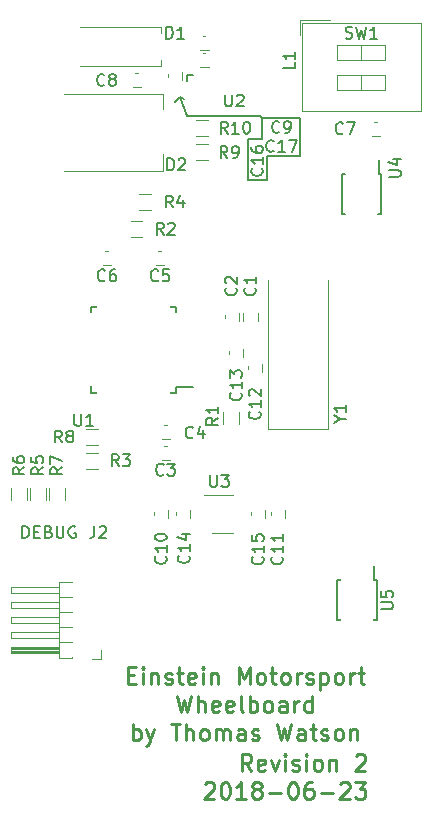
<source format=gto>
G04 #@! TF.FileFunction,Legend,Top*
%FSLAX46Y46*%
G04 Gerber Fmt 4.6, Leading zero omitted, Abs format (unit mm)*
G04 Created by KiCad (PCBNEW 4.0.7) date Saturday, June 23, 2018 'PMt' 03:17:16 PM*
%MOMM*%
%LPD*%
G01*
G04 APERTURE LIST*
%ADD10C,0.100000*%
%ADD11C,0.200000*%
%ADD12C,0.280000*%
%ADD13C,0.120000*%
%ADD14C,0.150000*%
%ADD15R,2.000000X2.000000*%
%ADD16O,2.000000X2.000000*%
%ADD17C,6.800000*%
%ADD18R,1.700000X0.650000*%
%ADD19R,0.650000X1.700000*%
%ADD20R,1.150000X1.200000*%
%ADD21R,1.200000X1.150000*%
%ADD22R,1.300000X0.900000*%
%ADD23R,0.900000X1.300000*%
%ADD24R,1.460000X1.050000*%
%ADD25R,2.400000X4.900000*%
%ADD26R,1.400000X1.290000*%
%ADD27R,2.400000X0.730000*%
%ADD28R,0.640000X0.390000*%
%ADD29R,0.980000X2.540000*%
%ADD30C,0.480000*%
%ADD31R,1.400000X1.400000*%
%ADD32O,1.400000X1.400000*%
%ADD33R,2.100000X2.100000*%
%ADD34O,2.100000X2.100000*%
%ADD35R,3.900000X2.200000*%
%ADD36R,2.900000X3.700000*%
%ADD37R,0.700000X1.800000*%
G04 APERTURE END LIST*
D10*
D11*
X245200000Y-63200000D02*
X245400000Y-63400000D01*
X239000000Y-63200000D02*
X245200000Y-63200000D01*
X238400000Y-61600000D02*
X238800000Y-61800000D01*
X238400000Y-61600000D02*
X238000000Y-62000000D01*
X239000000Y-63200000D02*
X238400000Y-61600000D01*
X244200000Y-68600000D02*
X245800000Y-68600000D01*
X244200000Y-68400000D02*
X244200000Y-68600000D01*
X244200000Y-65200000D02*
X244200000Y-68400000D01*
X245400000Y-65200000D02*
X244200000Y-65200000D01*
X245400000Y-63400000D02*
X245400000Y-65200000D01*
X248600000Y-63400000D02*
X245400000Y-63400000D01*
X248600000Y-66600000D02*
X248600000Y-63400000D01*
X245800000Y-66600000D02*
X248600000Y-66600000D01*
X245800000Y-68600000D02*
X245800000Y-66600000D01*
D12*
X244466665Y-118643333D02*
X243999999Y-117976667D01*
X243666665Y-118643333D02*
X243666665Y-117243333D01*
X244199999Y-117243333D01*
X244333332Y-117310000D01*
X244399999Y-117376667D01*
X244466665Y-117510000D01*
X244466665Y-117710000D01*
X244399999Y-117843333D01*
X244333332Y-117910000D01*
X244199999Y-117976667D01*
X243666665Y-117976667D01*
X245599999Y-118576667D02*
X245466665Y-118643333D01*
X245199999Y-118643333D01*
X245066665Y-118576667D01*
X244999999Y-118443333D01*
X244999999Y-117910000D01*
X245066665Y-117776667D01*
X245199999Y-117710000D01*
X245466665Y-117710000D01*
X245599999Y-117776667D01*
X245666665Y-117910000D01*
X245666665Y-118043333D01*
X244999999Y-118176667D01*
X246133332Y-117710000D02*
X246466665Y-118643333D01*
X246799999Y-117710000D01*
X247333332Y-118643333D02*
X247333332Y-117710000D01*
X247333332Y-117243333D02*
X247266666Y-117310000D01*
X247333332Y-117376667D01*
X247399999Y-117310000D01*
X247333332Y-117243333D01*
X247333332Y-117376667D01*
X247933333Y-118576667D02*
X248066666Y-118643333D01*
X248333333Y-118643333D01*
X248466666Y-118576667D01*
X248533333Y-118443333D01*
X248533333Y-118376667D01*
X248466666Y-118243333D01*
X248333333Y-118176667D01*
X248133333Y-118176667D01*
X247999999Y-118110000D01*
X247933333Y-117976667D01*
X247933333Y-117910000D01*
X247999999Y-117776667D01*
X248133333Y-117710000D01*
X248333333Y-117710000D01*
X248466666Y-117776667D01*
X249133332Y-118643333D02*
X249133332Y-117710000D01*
X249133332Y-117243333D02*
X249066666Y-117310000D01*
X249133332Y-117376667D01*
X249199999Y-117310000D01*
X249133332Y-117243333D01*
X249133332Y-117376667D01*
X249999999Y-118643333D02*
X249866666Y-118576667D01*
X249799999Y-118510000D01*
X249733333Y-118376667D01*
X249733333Y-117976667D01*
X249799999Y-117843333D01*
X249866666Y-117776667D01*
X249999999Y-117710000D01*
X250199999Y-117710000D01*
X250333333Y-117776667D01*
X250399999Y-117843333D01*
X250466666Y-117976667D01*
X250466666Y-118376667D01*
X250399999Y-118510000D01*
X250333333Y-118576667D01*
X250199999Y-118643333D01*
X249999999Y-118643333D01*
X251066666Y-117710000D02*
X251066666Y-118643333D01*
X251066666Y-117843333D02*
X251133333Y-117776667D01*
X251266666Y-117710000D01*
X251466666Y-117710000D01*
X251600000Y-117776667D01*
X251666666Y-117910000D01*
X251666666Y-118643333D01*
X253333334Y-117376667D02*
X253400000Y-117310000D01*
X253533334Y-117243333D01*
X253866667Y-117243333D01*
X254000000Y-117310000D01*
X254066667Y-117376667D01*
X254133334Y-117510000D01*
X254133334Y-117643333D01*
X254066667Y-117843333D01*
X253266667Y-118643333D01*
X254133334Y-118643333D01*
X240533337Y-119756667D02*
X240600003Y-119690000D01*
X240733337Y-119623333D01*
X241066670Y-119623333D01*
X241200003Y-119690000D01*
X241266670Y-119756667D01*
X241333337Y-119890000D01*
X241333337Y-120023333D01*
X241266670Y-120223333D01*
X240466670Y-121023333D01*
X241333337Y-121023333D01*
X242200003Y-119623333D02*
X242333336Y-119623333D01*
X242466670Y-119690000D01*
X242533336Y-119756667D01*
X242600003Y-119890000D01*
X242666670Y-120156667D01*
X242666670Y-120490000D01*
X242600003Y-120756667D01*
X242533336Y-120890000D01*
X242466670Y-120956667D01*
X242333336Y-121023333D01*
X242200003Y-121023333D01*
X242066670Y-120956667D01*
X242000003Y-120890000D01*
X241933336Y-120756667D01*
X241866670Y-120490000D01*
X241866670Y-120156667D01*
X241933336Y-119890000D01*
X242000003Y-119756667D01*
X242066670Y-119690000D01*
X242200003Y-119623333D01*
X244000003Y-121023333D02*
X243200003Y-121023333D01*
X243600003Y-121023333D02*
X243600003Y-119623333D01*
X243466669Y-119823333D01*
X243333336Y-119956667D01*
X243200003Y-120023333D01*
X244800002Y-120223333D02*
X244666669Y-120156667D01*
X244600002Y-120090000D01*
X244533336Y-119956667D01*
X244533336Y-119890000D01*
X244600002Y-119756667D01*
X244666669Y-119690000D01*
X244800002Y-119623333D01*
X245066669Y-119623333D01*
X245200002Y-119690000D01*
X245266669Y-119756667D01*
X245333336Y-119890000D01*
X245333336Y-119956667D01*
X245266669Y-120090000D01*
X245200002Y-120156667D01*
X245066669Y-120223333D01*
X244800002Y-120223333D01*
X244666669Y-120290000D01*
X244600002Y-120356667D01*
X244533336Y-120490000D01*
X244533336Y-120756667D01*
X244600002Y-120890000D01*
X244666669Y-120956667D01*
X244800002Y-121023333D01*
X245066669Y-121023333D01*
X245200002Y-120956667D01*
X245266669Y-120890000D01*
X245333336Y-120756667D01*
X245333336Y-120490000D01*
X245266669Y-120356667D01*
X245200002Y-120290000D01*
X245066669Y-120223333D01*
X245933335Y-120490000D02*
X247000002Y-120490000D01*
X247933335Y-119623333D02*
X248066668Y-119623333D01*
X248200002Y-119690000D01*
X248266668Y-119756667D01*
X248333335Y-119890000D01*
X248400002Y-120156667D01*
X248400002Y-120490000D01*
X248333335Y-120756667D01*
X248266668Y-120890000D01*
X248200002Y-120956667D01*
X248066668Y-121023333D01*
X247933335Y-121023333D01*
X247800002Y-120956667D01*
X247733335Y-120890000D01*
X247666668Y-120756667D01*
X247600002Y-120490000D01*
X247600002Y-120156667D01*
X247666668Y-119890000D01*
X247733335Y-119756667D01*
X247800002Y-119690000D01*
X247933335Y-119623333D01*
X249600001Y-119623333D02*
X249333335Y-119623333D01*
X249200001Y-119690000D01*
X249133335Y-119756667D01*
X249000001Y-119956667D01*
X248933335Y-120223333D01*
X248933335Y-120756667D01*
X249000001Y-120890000D01*
X249066668Y-120956667D01*
X249200001Y-121023333D01*
X249466668Y-121023333D01*
X249600001Y-120956667D01*
X249666668Y-120890000D01*
X249733335Y-120756667D01*
X249733335Y-120423333D01*
X249666668Y-120290000D01*
X249600001Y-120223333D01*
X249466668Y-120156667D01*
X249200001Y-120156667D01*
X249066668Y-120223333D01*
X249000001Y-120290000D01*
X248933335Y-120423333D01*
X250333334Y-120490000D02*
X251400001Y-120490000D01*
X252000001Y-119756667D02*
X252066667Y-119690000D01*
X252200001Y-119623333D01*
X252533334Y-119623333D01*
X252666667Y-119690000D01*
X252733334Y-119756667D01*
X252800001Y-119890000D01*
X252800001Y-120023333D01*
X252733334Y-120223333D01*
X251933334Y-121023333D01*
X252800001Y-121023333D01*
X253266667Y-119623333D02*
X254133334Y-119623333D01*
X253666667Y-120156667D01*
X253866667Y-120156667D01*
X254000000Y-120223333D01*
X254066667Y-120290000D01*
X254133334Y-120423333D01*
X254133334Y-120756667D01*
X254066667Y-120890000D01*
X254000000Y-120956667D01*
X253866667Y-121023333D01*
X253466667Y-121023333D01*
X253333334Y-120956667D01*
X253266667Y-120890000D01*
X234049998Y-110570000D02*
X234516665Y-110570000D01*
X234716665Y-111303333D02*
X234049998Y-111303333D01*
X234049998Y-109903333D01*
X234716665Y-109903333D01*
X235316665Y-111303333D02*
X235316665Y-110370000D01*
X235316665Y-109903333D02*
X235249999Y-109970000D01*
X235316665Y-110036667D01*
X235383332Y-109970000D01*
X235316665Y-109903333D01*
X235316665Y-110036667D01*
X235983332Y-110370000D02*
X235983332Y-111303333D01*
X235983332Y-110503333D02*
X236049999Y-110436667D01*
X236183332Y-110370000D01*
X236383332Y-110370000D01*
X236516666Y-110436667D01*
X236583332Y-110570000D01*
X236583332Y-111303333D01*
X237183333Y-111236667D02*
X237316666Y-111303333D01*
X237583333Y-111303333D01*
X237716666Y-111236667D01*
X237783333Y-111103333D01*
X237783333Y-111036667D01*
X237716666Y-110903333D01*
X237583333Y-110836667D01*
X237383333Y-110836667D01*
X237249999Y-110770000D01*
X237183333Y-110636667D01*
X237183333Y-110570000D01*
X237249999Y-110436667D01*
X237383333Y-110370000D01*
X237583333Y-110370000D01*
X237716666Y-110436667D01*
X238183332Y-110370000D02*
X238716666Y-110370000D01*
X238383332Y-109903333D02*
X238383332Y-111103333D01*
X238449999Y-111236667D01*
X238583332Y-111303333D01*
X238716666Y-111303333D01*
X239716666Y-111236667D02*
X239583332Y-111303333D01*
X239316666Y-111303333D01*
X239183332Y-111236667D01*
X239116666Y-111103333D01*
X239116666Y-110570000D01*
X239183332Y-110436667D01*
X239316666Y-110370000D01*
X239583332Y-110370000D01*
X239716666Y-110436667D01*
X239783332Y-110570000D01*
X239783332Y-110703333D01*
X239116666Y-110836667D01*
X240383332Y-111303333D02*
X240383332Y-110370000D01*
X240383332Y-109903333D02*
X240316666Y-109970000D01*
X240383332Y-110036667D01*
X240449999Y-109970000D01*
X240383332Y-109903333D01*
X240383332Y-110036667D01*
X241049999Y-110370000D02*
X241049999Y-111303333D01*
X241049999Y-110503333D02*
X241116666Y-110436667D01*
X241249999Y-110370000D01*
X241449999Y-110370000D01*
X241583333Y-110436667D01*
X241649999Y-110570000D01*
X241649999Y-111303333D01*
X243383333Y-111303333D02*
X243383333Y-109903333D01*
X243850000Y-110903333D01*
X244316667Y-109903333D01*
X244316667Y-111303333D01*
X245183333Y-111303333D02*
X245050000Y-111236667D01*
X244983333Y-111170000D01*
X244916667Y-111036667D01*
X244916667Y-110636667D01*
X244983333Y-110503333D01*
X245050000Y-110436667D01*
X245183333Y-110370000D01*
X245383333Y-110370000D01*
X245516667Y-110436667D01*
X245583333Y-110503333D01*
X245650000Y-110636667D01*
X245650000Y-111036667D01*
X245583333Y-111170000D01*
X245516667Y-111236667D01*
X245383333Y-111303333D01*
X245183333Y-111303333D01*
X246050000Y-110370000D02*
X246583334Y-110370000D01*
X246250000Y-109903333D02*
X246250000Y-111103333D01*
X246316667Y-111236667D01*
X246450000Y-111303333D01*
X246583334Y-111303333D01*
X247250000Y-111303333D02*
X247116667Y-111236667D01*
X247050000Y-111170000D01*
X246983334Y-111036667D01*
X246983334Y-110636667D01*
X247050000Y-110503333D01*
X247116667Y-110436667D01*
X247250000Y-110370000D01*
X247450000Y-110370000D01*
X247583334Y-110436667D01*
X247650000Y-110503333D01*
X247716667Y-110636667D01*
X247716667Y-111036667D01*
X247650000Y-111170000D01*
X247583334Y-111236667D01*
X247450000Y-111303333D01*
X247250000Y-111303333D01*
X248316667Y-111303333D02*
X248316667Y-110370000D01*
X248316667Y-110636667D02*
X248383334Y-110503333D01*
X248450001Y-110436667D01*
X248583334Y-110370000D01*
X248716667Y-110370000D01*
X249116668Y-111236667D02*
X249250001Y-111303333D01*
X249516668Y-111303333D01*
X249650001Y-111236667D01*
X249716668Y-111103333D01*
X249716668Y-111036667D01*
X249650001Y-110903333D01*
X249516668Y-110836667D01*
X249316668Y-110836667D01*
X249183334Y-110770000D01*
X249116668Y-110636667D01*
X249116668Y-110570000D01*
X249183334Y-110436667D01*
X249316668Y-110370000D01*
X249516668Y-110370000D01*
X249650001Y-110436667D01*
X250316667Y-110370000D02*
X250316667Y-111770000D01*
X250316667Y-110436667D02*
X250450001Y-110370000D01*
X250716667Y-110370000D01*
X250850001Y-110436667D01*
X250916667Y-110503333D01*
X250983334Y-110636667D01*
X250983334Y-111036667D01*
X250916667Y-111170000D01*
X250850001Y-111236667D01*
X250716667Y-111303333D01*
X250450001Y-111303333D01*
X250316667Y-111236667D01*
X251783334Y-111303333D02*
X251650001Y-111236667D01*
X251583334Y-111170000D01*
X251516668Y-111036667D01*
X251516668Y-110636667D01*
X251583334Y-110503333D01*
X251650001Y-110436667D01*
X251783334Y-110370000D01*
X251983334Y-110370000D01*
X252116668Y-110436667D01*
X252183334Y-110503333D01*
X252250001Y-110636667D01*
X252250001Y-111036667D01*
X252183334Y-111170000D01*
X252116668Y-111236667D01*
X251983334Y-111303333D01*
X251783334Y-111303333D01*
X252850001Y-111303333D02*
X252850001Y-110370000D01*
X252850001Y-110636667D02*
X252916668Y-110503333D01*
X252983335Y-110436667D01*
X253116668Y-110370000D01*
X253250001Y-110370000D01*
X253516668Y-110370000D02*
X254050002Y-110370000D01*
X253716668Y-109903333D02*
X253716668Y-111103333D01*
X253783335Y-111236667D01*
X253916668Y-111303333D01*
X254050002Y-111303333D01*
X238183333Y-112283333D02*
X238516666Y-113683333D01*
X238783333Y-112683333D01*
X239050000Y-113683333D01*
X239383333Y-112283333D01*
X239916666Y-113683333D02*
X239916666Y-112283333D01*
X240516666Y-113683333D02*
X240516666Y-112950000D01*
X240450000Y-112816667D01*
X240316666Y-112750000D01*
X240116666Y-112750000D01*
X239983333Y-112816667D01*
X239916666Y-112883333D01*
X241716667Y-113616667D02*
X241583333Y-113683333D01*
X241316667Y-113683333D01*
X241183333Y-113616667D01*
X241116667Y-113483333D01*
X241116667Y-112950000D01*
X241183333Y-112816667D01*
X241316667Y-112750000D01*
X241583333Y-112750000D01*
X241716667Y-112816667D01*
X241783333Y-112950000D01*
X241783333Y-113083333D01*
X241116667Y-113216667D01*
X242916667Y-113616667D02*
X242783333Y-113683333D01*
X242516667Y-113683333D01*
X242383333Y-113616667D01*
X242316667Y-113483333D01*
X242316667Y-112950000D01*
X242383333Y-112816667D01*
X242516667Y-112750000D01*
X242783333Y-112750000D01*
X242916667Y-112816667D01*
X242983333Y-112950000D01*
X242983333Y-113083333D01*
X242316667Y-113216667D01*
X243783333Y-113683333D02*
X243650000Y-113616667D01*
X243583333Y-113483333D01*
X243583333Y-112283333D01*
X244316666Y-113683333D02*
X244316666Y-112283333D01*
X244316666Y-112816667D02*
X244450000Y-112750000D01*
X244716666Y-112750000D01*
X244850000Y-112816667D01*
X244916666Y-112883333D01*
X244983333Y-113016667D01*
X244983333Y-113416667D01*
X244916666Y-113550000D01*
X244850000Y-113616667D01*
X244716666Y-113683333D01*
X244450000Y-113683333D01*
X244316666Y-113616667D01*
X245783333Y-113683333D02*
X245650000Y-113616667D01*
X245583333Y-113550000D01*
X245516667Y-113416667D01*
X245516667Y-113016667D01*
X245583333Y-112883333D01*
X245650000Y-112816667D01*
X245783333Y-112750000D01*
X245983333Y-112750000D01*
X246116667Y-112816667D01*
X246183333Y-112883333D01*
X246250000Y-113016667D01*
X246250000Y-113416667D01*
X246183333Y-113550000D01*
X246116667Y-113616667D01*
X245983333Y-113683333D01*
X245783333Y-113683333D01*
X247450000Y-113683333D02*
X247450000Y-112950000D01*
X247383334Y-112816667D01*
X247250000Y-112750000D01*
X246983334Y-112750000D01*
X246850000Y-112816667D01*
X247450000Y-113616667D02*
X247316667Y-113683333D01*
X246983334Y-113683333D01*
X246850000Y-113616667D01*
X246783334Y-113483333D01*
X246783334Y-113350000D01*
X246850000Y-113216667D01*
X246983334Y-113150000D01*
X247316667Y-113150000D01*
X247450000Y-113083333D01*
X248116667Y-113683333D02*
X248116667Y-112750000D01*
X248116667Y-113016667D02*
X248183334Y-112883333D01*
X248250001Y-112816667D01*
X248383334Y-112750000D01*
X248516667Y-112750000D01*
X249583334Y-113683333D02*
X249583334Y-112283333D01*
X249583334Y-113616667D02*
X249450001Y-113683333D01*
X249183334Y-113683333D01*
X249050001Y-113616667D01*
X248983334Y-113550000D01*
X248916668Y-113416667D01*
X248916668Y-113016667D01*
X248983334Y-112883333D01*
X249050001Y-112816667D01*
X249183334Y-112750000D01*
X249450001Y-112750000D01*
X249583334Y-112816667D01*
X234449998Y-116063333D02*
X234449998Y-114663333D01*
X234449998Y-115196667D02*
X234583332Y-115130000D01*
X234849998Y-115130000D01*
X234983332Y-115196667D01*
X235049998Y-115263333D01*
X235116665Y-115396667D01*
X235116665Y-115796667D01*
X235049998Y-115930000D01*
X234983332Y-115996667D01*
X234849998Y-116063333D01*
X234583332Y-116063333D01*
X234449998Y-115996667D01*
X235583332Y-115130000D02*
X235916665Y-116063333D01*
X236249999Y-115130000D02*
X235916665Y-116063333D01*
X235783332Y-116396667D01*
X235716665Y-116463333D01*
X235583332Y-116530000D01*
X237649999Y-114663333D02*
X238449999Y-114663333D01*
X238049999Y-116063333D02*
X238049999Y-114663333D01*
X238916666Y-116063333D02*
X238916666Y-114663333D01*
X239516666Y-116063333D02*
X239516666Y-115330000D01*
X239450000Y-115196667D01*
X239316666Y-115130000D01*
X239116666Y-115130000D01*
X238983333Y-115196667D01*
X238916666Y-115263333D01*
X240383333Y-116063333D02*
X240250000Y-115996667D01*
X240183333Y-115930000D01*
X240116667Y-115796667D01*
X240116667Y-115396667D01*
X240183333Y-115263333D01*
X240250000Y-115196667D01*
X240383333Y-115130000D01*
X240583333Y-115130000D01*
X240716667Y-115196667D01*
X240783333Y-115263333D01*
X240850000Y-115396667D01*
X240850000Y-115796667D01*
X240783333Y-115930000D01*
X240716667Y-115996667D01*
X240583333Y-116063333D01*
X240383333Y-116063333D01*
X241450000Y-116063333D02*
X241450000Y-115130000D01*
X241450000Y-115263333D02*
X241516667Y-115196667D01*
X241650000Y-115130000D01*
X241850000Y-115130000D01*
X241983334Y-115196667D01*
X242050000Y-115330000D01*
X242050000Y-116063333D01*
X242050000Y-115330000D02*
X242116667Y-115196667D01*
X242250000Y-115130000D01*
X242450000Y-115130000D01*
X242583334Y-115196667D01*
X242650000Y-115330000D01*
X242650000Y-116063333D01*
X243916667Y-116063333D02*
X243916667Y-115330000D01*
X243850001Y-115196667D01*
X243716667Y-115130000D01*
X243450001Y-115130000D01*
X243316667Y-115196667D01*
X243916667Y-115996667D02*
X243783334Y-116063333D01*
X243450001Y-116063333D01*
X243316667Y-115996667D01*
X243250001Y-115863333D01*
X243250001Y-115730000D01*
X243316667Y-115596667D01*
X243450001Y-115530000D01*
X243783334Y-115530000D01*
X243916667Y-115463333D01*
X244516668Y-115996667D02*
X244650001Y-116063333D01*
X244916668Y-116063333D01*
X245050001Y-115996667D01*
X245116668Y-115863333D01*
X245116668Y-115796667D01*
X245050001Y-115663333D01*
X244916668Y-115596667D01*
X244716668Y-115596667D01*
X244583334Y-115530000D01*
X244516668Y-115396667D01*
X244516668Y-115330000D01*
X244583334Y-115196667D01*
X244716668Y-115130000D01*
X244916668Y-115130000D01*
X245050001Y-115196667D01*
X246650001Y-114663333D02*
X246983334Y-116063333D01*
X247250001Y-115063333D01*
X247516668Y-116063333D01*
X247850001Y-114663333D01*
X248983334Y-116063333D02*
X248983334Y-115330000D01*
X248916668Y-115196667D01*
X248783334Y-115130000D01*
X248516668Y-115130000D01*
X248383334Y-115196667D01*
X248983334Y-115996667D02*
X248850001Y-116063333D01*
X248516668Y-116063333D01*
X248383334Y-115996667D01*
X248316668Y-115863333D01*
X248316668Y-115730000D01*
X248383334Y-115596667D01*
X248516668Y-115530000D01*
X248850001Y-115530000D01*
X248983334Y-115463333D01*
X249450001Y-115130000D02*
X249983335Y-115130000D01*
X249650001Y-114663333D02*
X249650001Y-115863333D01*
X249716668Y-115996667D01*
X249850001Y-116063333D01*
X249983335Y-116063333D01*
X250383335Y-115996667D02*
X250516668Y-116063333D01*
X250783335Y-116063333D01*
X250916668Y-115996667D01*
X250983335Y-115863333D01*
X250983335Y-115796667D01*
X250916668Y-115663333D01*
X250783335Y-115596667D01*
X250583335Y-115596667D01*
X250450001Y-115530000D01*
X250383335Y-115396667D01*
X250383335Y-115330000D01*
X250450001Y-115196667D01*
X250583335Y-115130000D01*
X250783335Y-115130000D01*
X250916668Y-115196667D01*
X251783334Y-116063333D02*
X251650001Y-115996667D01*
X251583334Y-115930000D01*
X251516668Y-115796667D01*
X251516668Y-115396667D01*
X251583334Y-115263333D01*
X251650001Y-115196667D01*
X251783334Y-115130000D01*
X251983334Y-115130000D01*
X252116668Y-115196667D01*
X252183334Y-115263333D01*
X252250001Y-115396667D01*
X252250001Y-115796667D01*
X252183334Y-115930000D01*
X252116668Y-115996667D01*
X251983334Y-116063333D01*
X251783334Y-116063333D01*
X252850001Y-115130000D02*
X252850001Y-116063333D01*
X252850001Y-115263333D02*
X252916668Y-115196667D01*
X253050001Y-115130000D01*
X253250001Y-115130000D01*
X253383335Y-115196667D01*
X253450001Y-115330000D01*
X253450001Y-116063333D01*
D13*
X248580000Y-55120000D02*
X248580000Y-56390000D01*
X248580000Y-55120000D02*
X251120000Y-55120000D01*
X248780000Y-55320000D02*
X258800000Y-55320000D01*
X258800000Y-55320000D02*
X258800000Y-62820000D01*
X258800000Y-62820000D02*
X248780000Y-62820000D01*
X248780000Y-62820000D02*
X248780000Y-55320000D01*
X251760000Y-57165000D02*
X251760000Y-58435000D01*
X251760000Y-58435000D02*
X255820000Y-58435000D01*
X255820000Y-58435000D02*
X255820000Y-57165000D01*
X255820000Y-57165000D02*
X251760000Y-57165000D01*
X253790000Y-57165000D02*
X253790000Y-58435000D01*
X251760000Y-59705000D02*
X251760000Y-60975000D01*
X251760000Y-60975000D02*
X255820000Y-60975000D01*
X255820000Y-60975000D02*
X255820000Y-59705000D01*
X255820000Y-59705000D02*
X251760000Y-59705000D01*
X253790000Y-59705000D02*
X253790000Y-60975000D01*
D14*
X238125000Y-86625000D02*
X238125000Y-86175000D01*
X230875000Y-86625000D02*
X230875000Y-86100000D01*
X230875000Y-79375000D02*
X230875000Y-79900000D01*
X238125000Y-79375000D02*
X238125000Y-79900000D01*
X238125000Y-86625000D02*
X237600000Y-86625000D01*
X238125000Y-79375000D02*
X237600000Y-79375000D01*
X230875000Y-79375000D02*
X231400000Y-79375000D01*
X230875000Y-86625000D02*
X231400000Y-86625000D01*
X238125000Y-86175000D02*
X239500000Y-86175000D01*
D13*
X245000000Y-79900000D02*
X245000000Y-80600000D01*
X243800000Y-80600000D02*
X243800000Y-79900000D01*
X243400000Y-79900000D02*
X243400000Y-80600000D01*
X242200000Y-80600000D02*
X242200000Y-79900000D01*
X237600000Y-92350000D02*
X236900000Y-92350000D01*
X236900000Y-91150000D02*
X237600000Y-91150000D01*
X237600000Y-90600000D02*
X236900000Y-90600000D01*
X236900000Y-89400000D02*
X237600000Y-89400000D01*
X237100000Y-75850000D02*
X236400000Y-75850000D01*
X236400000Y-74650000D02*
X237100000Y-74650000D01*
X231900000Y-74650000D02*
X232600000Y-74650000D01*
X232600000Y-75850000D02*
X231900000Y-75850000D01*
X254650000Y-63700000D02*
X255350000Y-63700000D01*
X255350000Y-64900000D02*
X254650000Y-64900000D01*
X234450000Y-59550000D02*
X235150000Y-59550000D01*
X235150000Y-60750000D02*
X234450000Y-60750000D01*
X240150000Y-57900000D02*
X240850000Y-57900000D01*
X240850000Y-59100000D02*
X240150000Y-59100000D01*
X236200000Y-97250000D02*
X236200000Y-96550000D01*
X237400000Y-96550000D02*
X237400000Y-97250000D01*
X246100000Y-97250000D02*
X246100000Y-96550000D01*
X247300000Y-96550000D02*
X247300000Y-97250000D01*
X245400000Y-84200000D02*
X245400000Y-84900000D01*
X244200000Y-84900000D02*
X244200000Y-84200000D01*
X243800000Y-82900000D02*
X243800000Y-83600000D01*
X242600000Y-83600000D02*
X242600000Y-82900000D01*
X242070000Y-89250000D02*
X242070000Y-88250000D01*
X243430000Y-88250000D02*
X243430000Y-89250000D01*
X234250000Y-72070000D02*
X235250000Y-72070000D01*
X235250000Y-73430000D02*
X234250000Y-73430000D01*
X230500000Y-91720000D02*
X231500000Y-91720000D01*
X231500000Y-93080000D02*
X230500000Y-93080000D01*
X235000000Y-69820000D02*
X236000000Y-69820000D01*
X236000000Y-71180000D02*
X235000000Y-71180000D01*
X227080000Y-94700000D02*
X227080000Y-95700000D01*
X225720000Y-95700000D02*
X225720000Y-94700000D01*
X224120000Y-95700000D02*
X224120000Y-94700000D01*
X225480000Y-94700000D02*
X225480000Y-95700000D01*
X227320000Y-95700000D02*
X227320000Y-94700000D01*
X228680000Y-94700000D02*
X228680000Y-95700000D01*
X230500000Y-89720000D02*
X231500000Y-89720000D01*
X231500000Y-91080000D02*
X230500000Y-91080000D01*
X239800000Y-65570000D02*
X240800000Y-65570000D01*
X240800000Y-66930000D02*
X239800000Y-66930000D01*
X240800000Y-64930000D02*
X239800000Y-64930000D01*
X239800000Y-63570000D02*
X240800000Y-63570000D01*
X241100000Y-98510000D02*
X242900000Y-98510000D01*
X242900000Y-95290000D02*
X240450000Y-95290000D01*
X245850000Y-77100000D02*
X245850000Y-89700000D01*
X245850000Y-89700000D02*
X250950000Y-89700000D01*
X250950000Y-89700000D02*
X250950000Y-77100000D01*
D14*
X239050000Y-59750000D02*
X239550000Y-59750000D01*
X239050000Y-60250000D02*
X239050000Y-59750000D01*
D13*
X229280000Y-109029677D02*
X229280000Y-109105000D01*
X229280000Y-109105000D02*
X228160000Y-109105000D01*
X228160000Y-109105000D02*
X228160000Y-102635000D01*
X228160000Y-102635000D02*
X229280000Y-102635000D01*
X229280000Y-102635000D02*
X229280000Y-102710323D01*
X228160000Y-108670000D02*
X224160000Y-108670000D01*
X224160000Y-108670000D02*
X224160000Y-108150000D01*
X224160000Y-108150000D02*
X228160000Y-108150000D01*
X228160000Y-108610000D02*
X224160000Y-108610000D01*
X228160000Y-108490000D02*
X224160000Y-108490000D01*
X228160000Y-108370000D02*
X224160000Y-108370000D01*
X228160000Y-108250000D02*
X224160000Y-108250000D01*
X229280000Y-107775000D02*
X228160000Y-107775000D01*
X229280000Y-107790323D02*
X229280000Y-107759677D01*
X228160000Y-107400000D02*
X224160000Y-107400000D01*
X224160000Y-107400000D02*
X224160000Y-106880000D01*
X224160000Y-106880000D02*
X228160000Y-106880000D01*
X229280000Y-106505000D02*
X228160000Y-106505000D01*
X229280000Y-106520323D02*
X229280000Y-106489677D01*
X228160000Y-106130000D02*
X224160000Y-106130000D01*
X224160000Y-106130000D02*
X224160000Y-105610000D01*
X224160000Y-105610000D02*
X228160000Y-105610000D01*
X229280000Y-105235000D02*
X228160000Y-105235000D01*
X229280000Y-105250323D02*
X229280000Y-105219677D01*
X228160000Y-104860000D02*
X224160000Y-104860000D01*
X224160000Y-104860000D02*
X224160000Y-104340000D01*
X224160000Y-104340000D02*
X228160000Y-104340000D01*
X229280000Y-103965000D02*
X228160000Y-103965000D01*
X229280000Y-103980323D02*
X229280000Y-103949677D01*
X228160000Y-103590000D02*
X224160000Y-103590000D01*
X224160000Y-103590000D02*
X224160000Y-103070000D01*
X224160000Y-103070000D02*
X228160000Y-103070000D01*
X231750000Y-108410000D02*
X231750000Y-109170000D01*
X231750000Y-109170000D02*
X230990000Y-109170000D01*
X238100000Y-97250000D02*
X238100000Y-96550000D01*
X239300000Y-96550000D02*
X239300000Y-97250000D01*
X244400000Y-97250000D02*
X244400000Y-96550000D01*
X245600000Y-96550000D02*
X245600000Y-97250000D01*
X238600000Y-59500000D02*
X238600000Y-60200000D01*
X237400000Y-60200000D02*
X237400000Y-59500000D01*
X240150000Y-56400000D02*
X240850000Y-56400000D01*
X240850000Y-57600000D02*
X240150000Y-57600000D01*
X236850000Y-59000000D02*
X236850000Y-55700000D01*
X236850000Y-55700000D02*
X229950000Y-55700000D01*
X236850000Y-59000000D02*
X229950000Y-59000000D01*
X237000000Y-61350000D02*
X237000000Y-67850000D01*
X237000000Y-61350000D02*
X228600000Y-61350000D01*
X237000000Y-67850000D02*
X228600000Y-67850000D01*
D14*
X255475000Y-68125000D02*
X255250000Y-68125000D01*
X255475000Y-71475000D02*
X255175000Y-71475000D01*
X252125000Y-71475000D02*
X252425000Y-71475000D01*
X252125000Y-68125000D02*
X252425000Y-68125000D01*
X255475000Y-68125000D02*
X255475000Y-71475000D01*
X252125000Y-68125000D02*
X252125000Y-71475000D01*
X255250000Y-68125000D02*
X255250000Y-66900000D01*
X255075000Y-102525000D02*
X254850000Y-102525000D01*
X255075000Y-105875000D02*
X254775000Y-105875000D01*
X251725000Y-105875000D02*
X252025000Y-105875000D01*
X251725000Y-102525000D02*
X252025000Y-102525000D01*
X255075000Y-102525000D02*
X255075000Y-105875000D01*
X251725000Y-102525000D02*
X251725000Y-105875000D01*
X254850000Y-102525000D02*
X254850000Y-101300000D01*
X252456667Y-56604762D02*
X252599524Y-56652381D01*
X252837620Y-56652381D01*
X252932858Y-56604762D01*
X252980477Y-56557143D01*
X253028096Y-56461905D01*
X253028096Y-56366667D01*
X252980477Y-56271429D01*
X252932858Y-56223810D01*
X252837620Y-56176190D01*
X252647143Y-56128571D01*
X252551905Y-56080952D01*
X252504286Y-56033333D01*
X252456667Y-55938095D01*
X252456667Y-55842857D01*
X252504286Y-55747619D01*
X252551905Y-55700000D01*
X252647143Y-55652381D01*
X252885239Y-55652381D01*
X253028096Y-55700000D01*
X253361429Y-55652381D02*
X253599524Y-56652381D01*
X253790001Y-55938095D01*
X253980477Y-56652381D01*
X254218572Y-55652381D01*
X255123334Y-56652381D02*
X254551905Y-56652381D01*
X254837619Y-56652381D02*
X254837619Y-55652381D01*
X254742381Y-55795238D01*
X254647143Y-55890476D01*
X254551905Y-55938095D01*
X229488095Y-88452381D02*
X229488095Y-89261905D01*
X229535714Y-89357143D01*
X229583333Y-89404762D01*
X229678571Y-89452381D01*
X229869048Y-89452381D01*
X229964286Y-89404762D01*
X230011905Y-89357143D01*
X230059524Y-89261905D01*
X230059524Y-88452381D01*
X231059524Y-89452381D02*
X230488095Y-89452381D01*
X230773809Y-89452381D02*
X230773809Y-88452381D01*
X230678571Y-88595238D01*
X230583333Y-88690476D01*
X230488095Y-88738095D01*
X244757143Y-77766666D02*
X244804762Y-77814285D01*
X244852381Y-77957142D01*
X244852381Y-78052380D01*
X244804762Y-78195238D01*
X244709524Y-78290476D01*
X244614286Y-78338095D01*
X244423810Y-78385714D01*
X244280952Y-78385714D01*
X244090476Y-78338095D01*
X243995238Y-78290476D01*
X243900000Y-78195238D01*
X243852381Y-78052380D01*
X243852381Y-77957142D01*
X243900000Y-77814285D01*
X243947619Y-77766666D01*
X244852381Y-76814285D02*
X244852381Y-77385714D01*
X244852381Y-77100000D02*
X243852381Y-77100000D01*
X243995238Y-77195238D01*
X244090476Y-77290476D01*
X244138095Y-77385714D01*
X243157143Y-77766666D02*
X243204762Y-77814285D01*
X243252381Y-77957142D01*
X243252381Y-78052380D01*
X243204762Y-78195238D01*
X243109524Y-78290476D01*
X243014286Y-78338095D01*
X242823810Y-78385714D01*
X242680952Y-78385714D01*
X242490476Y-78338095D01*
X242395238Y-78290476D01*
X242300000Y-78195238D01*
X242252381Y-78052380D01*
X242252381Y-77957142D01*
X242300000Y-77814285D01*
X242347619Y-77766666D01*
X242347619Y-77385714D02*
X242300000Y-77338095D01*
X242252381Y-77242857D01*
X242252381Y-77004761D01*
X242300000Y-76909523D01*
X242347619Y-76861904D01*
X242442857Y-76814285D01*
X242538095Y-76814285D01*
X242680952Y-76861904D01*
X243252381Y-77433333D01*
X243252381Y-76814285D01*
X237033334Y-93557143D02*
X236985715Y-93604762D01*
X236842858Y-93652381D01*
X236747620Y-93652381D01*
X236604762Y-93604762D01*
X236509524Y-93509524D01*
X236461905Y-93414286D01*
X236414286Y-93223810D01*
X236414286Y-93080952D01*
X236461905Y-92890476D01*
X236509524Y-92795238D01*
X236604762Y-92700000D01*
X236747620Y-92652381D01*
X236842858Y-92652381D01*
X236985715Y-92700000D01*
X237033334Y-92747619D01*
X237366667Y-92652381D02*
X237985715Y-92652381D01*
X237652381Y-93033333D01*
X237795239Y-93033333D01*
X237890477Y-93080952D01*
X237938096Y-93128571D01*
X237985715Y-93223810D01*
X237985715Y-93461905D01*
X237938096Y-93557143D01*
X237890477Y-93604762D01*
X237795239Y-93652381D01*
X237509524Y-93652381D01*
X237414286Y-93604762D01*
X237366667Y-93557143D01*
X239533334Y-90407143D02*
X239485715Y-90454762D01*
X239342858Y-90502381D01*
X239247620Y-90502381D01*
X239104762Y-90454762D01*
X239009524Y-90359524D01*
X238961905Y-90264286D01*
X238914286Y-90073810D01*
X238914286Y-89930952D01*
X238961905Y-89740476D01*
X239009524Y-89645238D01*
X239104762Y-89550000D01*
X239247620Y-89502381D01*
X239342858Y-89502381D01*
X239485715Y-89550000D01*
X239533334Y-89597619D01*
X240390477Y-89835714D02*
X240390477Y-90502381D01*
X240152381Y-89454762D02*
X239914286Y-90169048D01*
X240533334Y-90169048D01*
X236583334Y-77107143D02*
X236535715Y-77154762D01*
X236392858Y-77202381D01*
X236297620Y-77202381D01*
X236154762Y-77154762D01*
X236059524Y-77059524D01*
X236011905Y-76964286D01*
X235964286Y-76773810D01*
X235964286Y-76630952D01*
X236011905Y-76440476D01*
X236059524Y-76345238D01*
X236154762Y-76250000D01*
X236297620Y-76202381D01*
X236392858Y-76202381D01*
X236535715Y-76250000D01*
X236583334Y-76297619D01*
X237488096Y-76202381D02*
X237011905Y-76202381D01*
X236964286Y-76678571D01*
X237011905Y-76630952D01*
X237107143Y-76583333D01*
X237345239Y-76583333D01*
X237440477Y-76630952D01*
X237488096Y-76678571D01*
X237535715Y-76773810D01*
X237535715Y-77011905D01*
X237488096Y-77107143D01*
X237440477Y-77154762D01*
X237345239Y-77202381D01*
X237107143Y-77202381D01*
X237011905Y-77154762D01*
X236964286Y-77107143D01*
X232083334Y-77107143D02*
X232035715Y-77154762D01*
X231892858Y-77202381D01*
X231797620Y-77202381D01*
X231654762Y-77154762D01*
X231559524Y-77059524D01*
X231511905Y-76964286D01*
X231464286Y-76773810D01*
X231464286Y-76630952D01*
X231511905Y-76440476D01*
X231559524Y-76345238D01*
X231654762Y-76250000D01*
X231797620Y-76202381D01*
X231892858Y-76202381D01*
X232035715Y-76250000D01*
X232083334Y-76297619D01*
X232940477Y-76202381D02*
X232750000Y-76202381D01*
X232654762Y-76250000D01*
X232607143Y-76297619D01*
X232511905Y-76440476D01*
X232464286Y-76630952D01*
X232464286Y-77011905D01*
X232511905Y-77107143D01*
X232559524Y-77154762D01*
X232654762Y-77202381D01*
X232845239Y-77202381D01*
X232940477Y-77154762D01*
X232988096Y-77107143D01*
X233035715Y-77011905D01*
X233035715Y-76773810D01*
X232988096Y-76678571D01*
X232940477Y-76630952D01*
X232845239Y-76583333D01*
X232654762Y-76583333D01*
X232559524Y-76630952D01*
X232511905Y-76678571D01*
X232464286Y-76773810D01*
X252233334Y-64657143D02*
X252185715Y-64704762D01*
X252042858Y-64752381D01*
X251947620Y-64752381D01*
X251804762Y-64704762D01*
X251709524Y-64609524D01*
X251661905Y-64514286D01*
X251614286Y-64323810D01*
X251614286Y-64180952D01*
X251661905Y-63990476D01*
X251709524Y-63895238D01*
X251804762Y-63800000D01*
X251947620Y-63752381D01*
X252042858Y-63752381D01*
X252185715Y-63800000D01*
X252233334Y-63847619D01*
X252566667Y-63752381D02*
X253233334Y-63752381D01*
X252804762Y-64752381D01*
X232033334Y-60557143D02*
X231985715Y-60604762D01*
X231842858Y-60652381D01*
X231747620Y-60652381D01*
X231604762Y-60604762D01*
X231509524Y-60509524D01*
X231461905Y-60414286D01*
X231414286Y-60223810D01*
X231414286Y-60080952D01*
X231461905Y-59890476D01*
X231509524Y-59795238D01*
X231604762Y-59700000D01*
X231747620Y-59652381D01*
X231842858Y-59652381D01*
X231985715Y-59700000D01*
X232033334Y-59747619D01*
X232604762Y-60080952D02*
X232509524Y-60033333D01*
X232461905Y-59985714D01*
X232414286Y-59890476D01*
X232414286Y-59842857D01*
X232461905Y-59747619D01*
X232509524Y-59700000D01*
X232604762Y-59652381D01*
X232795239Y-59652381D01*
X232890477Y-59700000D01*
X232938096Y-59747619D01*
X232985715Y-59842857D01*
X232985715Y-59890476D01*
X232938096Y-59985714D01*
X232890477Y-60033333D01*
X232795239Y-60080952D01*
X232604762Y-60080952D01*
X232509524Y-60128571D01*
X232461905Y-60176190D01*
X232414286Y-60271429D01*
X232414286Y-60461905D01*
X232461905Y-60557143D01*
X232509524Y-60604762D01*
X232604762Y-60652381D01*
X232795239Y-60652381D01*
X232890477Y-60604762D01*
X232938096Y-60557143D01*
X232985715Y-60461905D01*
X232985715Y-60271429D01*
X232938096Y-60176190D01*
X232890477Y-60128571D01*
X232795239Y-60080952D01*
X246833334Y-64557143D02*
X246785715Y-64604762D01*
X246642858Y-64652381D01*
X246547620Y-64652381D01*
X246404762Y-64604762D01*
X246309524Y-64509524D01*
X246261905Y-64414286D01*
X246214286Y-64223810D01*
X246214286Y-64080952D01*
X246261905Y-63890476D01*
X246309524Y-63795238D01*
X246404762Y-63700000D01*
X246547620Y-63652381D01*
X246642858Y-63652381D01*
X246785715Y-63700000D01*
X246833334Y-63747619D01*
X247309524Y-64652381D02*
X247500000Y-64652381D01*
X247595239Y-64604762D01*
X247642858Y-64557143D01*
X247738096Y-64414286D01*
X247785715Y-64223810D01*
X247785715Y-63842857D01*
X247738096Y-63747619D01*
X247690477Y-63700000D01*
X247595239Y-63652381D01*
X247404762Y-63652381D01*
X247309524Y-63700000D01*
X247261905Y-63747619D01*
X247214286Y-63842857D01*
X247214286Y-64080952D01*
X247261905Y-64176190D01*
X247309524Y-64223810D01*
X247404762Y-64271429D01*
X247595239Y-64271429D01*
X247690477Y-64223810D01*
X247738096Y-64176190D01*
X247785715Y-64080952D01*
X237207143Y-100492857D02*
X237254762Y-100540476D01*
X237302381Y-100683333D01*
X237302381Y-100778571D01*
X237254762Y-100921429D01*
X237159524Y-101016667D01*
X237064286Y-101064286D01*
X236873810Y-101111905D01*
X236730952Y-101111905D01*
X236540476Y-101064286D01*
X236445238Y-101016667D01*
X236350000Y-100921429D01*
X236302381Y-100778571D01*
X236302381Y-100683333D01*
X236350000Y-100540476D01*
X236397619Y-100492857D01*
X237302381Y-99540476D02*
X237302381Y-100111905D01*
X237302381Y-99826191D02*
X236302381Y-99826191D01*
X236445238Y-99921429D01*
X236540476Y-100016667D01*
X236588095Y-100111905D01*
X236302381Y-98921429D02*
X236302381Y-98826190D01*
X236350000Y-98730952D01*
X236397619Y-98683333D01*
X236492857Y-98635714D01*
X236683333Y-98588095D01*
X236921429Y-98588095D01*
X237111905Y-98635714D01*
X237207143Y-98683333D01*
X237254762Y-98730952D01*
X237302381Y-98826190D01*
X237302381Y-98921429D01*
X237254762Y-99016667D01*
X237207143Y-99064286D01*
X237111905Y-99111905D01*
X236921429Y-99159524D01*
X236683333Y-99159524D01*
X236492857Y-99111905D01*
X236397619Y-99064286D01*
X236350000Y-99016667D01*
X236302381Y-98921429D01*
X247057143Y-100542857D02*
X247104762Y-100590476D01*
X247152381Y-100733333D01*
X247152381Y-100828571D01*
X247104762Y-100971429D01*
X247009524Y-101066667D01*
X246914286Y-101114286D01*
X246723810Y-101161905D01*
X246580952Y-101161905D01*
X246390476Y-101114286D01*
X246295238Y-101066667D01*
X246200000Y-100971429D01*
X246152381Y-100828571D01*
X246152381Y-100733333D01*
X246200000Y-100590476D01*
X246247619Y-100542857D01*
X247152381Y-99590476D02*
X247152381Y-100161905D01*
X247152381Y-99876191D02*
X246152381Y-99876191D01*
X246295238Y-99971429D01*
X246390476Y-100066667D01*
X246438095Y-100161905D01*
X247152381Y-98638095D02*
X247152381Y-99209524D01*
X247152381Y-98923810D02*
X246152381Y-98923810D01*
X246295238Y-99019048D01*
X246390476Y-99114286D01*
X246438095Y-99209524D01*
X245157143Y-88242857D02*
X245204762Y-88290476D01*
X245252381Y-88433333D01*
X245252381Y-88528571D01*
X245204762Y-88671429D01*
X245109524Y-88766667D01*
X245014286Y-88814286D01*
X244823810Y-88861905D01*
X244680952Y-88861905D01*
X244490476Y-88814286D01*
X244395238Y-88766667D01*
X244300000Y-88671429D01*
X244252381Y-88528571D01*
X244252381Y-88433333D01*
X244300000Y-88290476D01*
X244347619Y-88242857D01*
X245252381Y-87290476D02*
X245252381Y-87861905D01*
X245252381Y-87576191D02*
X244252381Y-87576191D01*
X244395238Y-87671429D01*
X244490476Y-87766667D01*
X244538095Y-87861905D01*
X244347619Y-86909524D02*
X244300000Y-86861905D01*
X244252381Y-86766667D01*
X244252381Y-86528571D01*
X244300000Y-86433333D01*
X244347619Y-86385714D01*
X244442857Y-86338095D01*
X244538095Y-86338095D01*
X244680952Y-86385714D01*
X245252381Y-86957143D01*
X245252381Y-86338095D01*
X243557143Y-86642857D02*
X243604762Y-86690476D01*
X243652381Y-86833333D01*
X243652381Y-86928571D01*
X243604762Y-87071429D01*
X243509524Y-87166667D01*
X243414286Y-87214286D01*
X243223810Y-87261905D01*
X243080952Y-87261905D01*
X242890476Y-87214286D01*
X242795238Y-87166667D01*
X242700000Y-87071429D01*
X242652381Y-86928571D01*
X242652381Y-86833333D01*
X242700000Y-86690476D01*
X242747619Y-86642857D01*
X243652381Y-85690476D02*
X243652381Y-86261905D01*
X243652381Y-85976191D02*
X242652381Y-85976191D01*
X242795238Y-86071429D01*
X242890476Y-86166667D01*
X242938095Y-86261905D01*
X242652381Y-85357143D02*
X242652381Y-84738095D01*
X243033333Y-85071429D01*
X243033333Y-84928571D01*
X243080952Y-84833333D01*
X243128571Y-84785714D01*
X243223810Y-84738095D01*
X243461905Y-84738095D01*
X243557143Y-84785714D01*
X243604762Y-84833333D01*
X243652381Y-84928571D01*
X243652381Y-85214286D01*
X243604762Y-85309524D01*
X243557143Y-85357143D01*
X241652381Y-88766666D02*
X241176190Y-89100000D01*
X241652381Y-89338095D02*
X240652381Y-89338095D01*
X240652381Y-88957142D01*
X240700000Y-88861904D01*
X240747619Y-88814285D01*
X240842857Y-88766666D01*
X240985714Y-88766666D01*
X241080952Y-88814285D01*
X241128571Y-88861904D01*
X241176190Y-88957142D01*
X241176190Y-89338095D01*
X241652381Y-87814285D02*
X241652381Y-88385714D01*
X241652381Y-88100000D02*
X240652381Y-88100000D01*
X240795238Y-88195238D01*
X240890476Y-88290476D01*
X240938095Y-88385714D01*
X237033334Y-73252381D02*
X236700000Y-72776190D01*
X236461905Y-73252381D02*
X236461905Y-72252381D01*
X236842858Y-72252381D01*
X236938096Y-72300000D01*
X236985715Y-72347619D01*
X237033334Y-72442857D01*
X237033334Y-72585714D01*
X236985715Y-72680952D01*
X236938096Y-72728571D01*
X236842858Y-72776190D01*
X236461905Y-72776190D01*
X237414286Y-72347619D02*
X237461905Y-72300000D01*
X237557143Y-72252381D01*
X237795239Y-72252381D01*
X237890477Y-72300000D01*
X237938096Y-72347619D01*
X237985715Y-72442857D01*
X237985715Y-72538095D01*
X237938096Y-72680952D01*
X237366667Y-73252381D01*
X237985715Y-73252381D01*
X233233334Y-92852381D02*
X232900000Y-92376190D01*
X232661905Y-92852381D02*
X232661905Y-91852381D01*
X233042858Y-91852381D01*
X233138096Y-91900000D01*
X233185715Y-91947619D01*
X233233334Y-92042857D01*
X233233334Y-92185714D01*
X233185715Y-92280952D01*
X233138096Y-92328571D01*
X233042858Y-92376190D01*
X232661905Y-92376190D01*
X233566667Y-91852381D02*
X234185715Y-91852381D01*
X233852381Y-92233333D01*
X233995239Y-92233333D01*
X234090477Y-92280952D01*
X234138096Y-92328571D01*
X234185715Y-92423810D01*
X234185715Y-92661905D01*
X234138096Y-92757143D01*
X234090477Y-92804762D01*
X233995239Y-92852381D01*
X233709524Y-92852381D01*
X233614286Y-92804762D01*
X233566667Y-92757143D01*
X237833334Y-70952381D02*
X237500000Y-70476190D01*
X237261905Y-70952381D02*
X237261905Y-69952381D01*
X237642858Y-69952381D01*
X237738096Y-70000000D01*
X237785715Y-70047619D01*
X237833334Y-70142857D01*
X237833334Y-70285714D01*
X237785715Y-70380952D01*
X237738096Y-70428571D01*
X237642858Y-70476190D01*
X237261905Y-70476190D01*
X238690477Y-70285714D02*
X238690477Y-70952381D01*
X238452381Y-69904762D02*
X238214286Y-70619048D01*
X238833334Y-70619048D01*
X226852381Y-92966666D02*
X226376190Y-93300000D01*
X226852381Y-93538095D02*
X225852381Y-93538095D01*
X225852381Y-93157142D01*
X225900000Y-93061904D01*
X225947619Y-93014285D01*
X226042857Y-92966666D01*
X226185714Y-92966666D01*
X226280952Y-93014285D01*
X226328571Y-93061904D01*
X226376190Y-93157142D01*
X226376190Y-93538095D01*
X225852381Y-92061904D02*
X225852381Y-92538095D01*
X226328571Y-92585714D01*
X226280952Y-92538095D01*
X226233333Y-92442857D01*
X226233333Y-92204761D01*
X226280952Y-92109523D01*
X226328571Y-92061904D01*
X226423810Y-92014285D01*
X226661905Y-92014285D01*
X226757143Y-92061904D01*
X226804762Y-92109523D01*
X226852381Y-92204761D01*
X226852381Y-92442857D01*
X226804762Y-92538095D01*
X226757143Y-92585714D01*
X225252381Y-92966666D02*
X224776190Y-93300000D01*
X225252381Y-93538095D02*
X224252381Y-93538095D01*
X224252381Y-93157142D01*
X224300000Y-93061904D01*
X224347619Y-93014285D01*
X224442857Y-92966666D01*
X224585714Y-92966666D01*
X224680952Y-93014285D01*
X224728571Y-93061904D01*
X224776190Y-93157142D01*
X224776190Y-93538095D01*
X224252381Y-92109523D02*
X224252381Y-92300000D01*
X224300000Y-92395238D01*
X224347619Y-92442857D01*
X224490476Y-92538095D01*
X224680952Y-92585714D01*
X225061905Y-92585714D01*
X225157143Y-92538095D01*
X225204762Y-92490476D01*
X225252381Y-92395238D01*
X225252381Y-92204761D01*
X225204762Y-92109523D01*
X225157143Y-92061904D01*
X225061905Y-92014285D01*
X224823810Y-92014285D01*
X224728571Y-92061904D01*
X224680952Y-92109523D01*
X224633333Y-92204761D01*
X224633333Y-92395238D01*
X224680952Y-92490476D01*
X224728571Y-92538095D01*
X224823810Y-92585714D01*
X228452381Y-92966666D02*
X227976190Y-93300000D01*
X228452381Y-93538095D02*
X227452381Y-93538095D01*
X227452381Y-93157142D01*
X227500000Y-93061904D01*
X227547619Y-93014285D01*
X227642857Y-92966666D01*
X227785714Y-92966666D01*
X227880952Y-93014285D01*
X227928571Y-93061904D01*
X227976190Y-93157142D01*
X227976190Y-93538095D01*
X227452381Y-92633333D02*
X227452381Y-91966666D01*
X228452381Y-92395238D01*
X228433334Y-90852381D02*
X228100000Y-90376190D01*
X227861905Y-90852381D02*
X227861905Y-89852381D01*
X228242858Y-89852381D01*
X228338096Y-89900000D01*
X228385715Y-89947619D01*
X228433334Y-90042857D01*
X228433334Y-90185714D01*
X228385715Y-90280952D01*
X228338096Y-90328571D01*
X228242858Y-90376190D01*
X227861905Y-90376190D01*
X229004762Y-90280952D02*
X228909524Y-90233333D01*
X228861905Y-90185714D01*
X228814286Y-90090476D01*
X228814286Y-90042857D01*
X228861905Y-89947619D01*
X228909524Y-89900000D01*
X229004762Y-89852381D01*
X229195239Y-89852381D01*
X229290477Y-89900000D01*
X229338096Y-89947619D01*
X229385715Y-90042857D01*
X229385715Y-90090476D01*
X229338096Y-90185714D01*
X229290477Y-90233333D01*
X229195239Y-90280952D01*
X229004762Y-90280952D01*
X228909524Y-90328571D01*
X228861905Y-90376190D01*
X228814286Y-90471429D01*
X228814286Y-90661905D01*
X228861905Y-90757143D01*
X228909524Y-90804762D01*
X229004762Y-90852381D01*
X229195239Y-90852381D01*
X229290477Y-90804762D01*
X229338096Y-90757143D01*
X229385715Y-90661905D01*
X229385715Y-90471429D01*
X229338096Y-90376190D01*
X229290477Y-90328571D01*
X229195239Y-90280952D01*
X242433334Y-66752381D02*
X242100000Y-66276190D01*
X241861905Y-66752381D02*
X241861905Y-65752381D01*
X242242858Y-65752381D01*
X242338096Y-65800000D01*
X242385715Y-65847619D01*
X242433334Y-65942857D01*
X242433334Y-66085714D01*
X242385715Y-66180952D01*
X242338096Y-66228571D01*
X242242858Y-66276190D01*
X241861905Y-66276190D01*
X242909524Y-66752381D02*
X243100000Y-66752381D01*
X243195239Y-66704762D01*
X243242858Y-66657143D01*
X243338096Y-66514286D01*
X243385715Y-66323810D01*
X243385715Y-65942857D01*
X243338096Y-65847619D01*
X243290477Y-65800000D01*
X243195239Y-65752381D01*
X243004762Y-65752381D01*
X242909524Y-65800000D01*
X242861905Y-65847619D01*
X242814286Y-65942857D01*
X242814286Y-66180952D01*
X242861905Y-66276190D01*
X242909524Y-66323810D01*
X243004762Y-66371429D01*
X243195239Y-66371429D01*
X243290477Y-66323810D01*
X243338096Y-66276190D01*
X243385715Y-66180952D01*
X242457143Y-64702381D02*
X242123809Y-64226190D01*
X241885714Y-64702381D02*
X241885714Y-63702381D01*
X242266667Y-63702381D01*
X242361905Y-63750000D01*
X242409524Y-63797619D01*
X242457143Y-63892857D01*
X242457143Y-64035714D01*
X242409524Y-64130952D01*
X242361905Y-64178571D01*
X242266667Y-64226190D01*
X241885714Y-64226190D01*
X243409524Y-64702381D02*
X242838095Y-64702381D01*
X243123809Y-64702381D02*
X243123809Y-63702381D01*
X243028571Y-63845238D01*
X242933333Y-63940476D01*
X242838095Y-63988095D01*
X244028571Y-63702381D02*
X244123810Y-63702381D01*
X244219048Y-63750000D01*
X244266667Y-63797619D01*
X244314286Y-63892857D01*
X244361905Y-64083333D01*
X244361905Y-64321429D01*
X244314286Y-64511905D01*
X244266667Y-64607143D01*
X244219048Y-64654762D01*
X244123810Y-64702381D01*
X244028571Y-64702381D01*
X243933333Y-64654762D01*
X243885714Y-64607143D01*
X243838095Y-64511905D01*
X243790476Y-64321429D01*
X243790476Y-64083333D01*
X243838095Y-63892857D01*
X243885714Y-63797619D01*
X243933333Y-63750000D01*
X244028571Y-63702381D01*
X240988095Y-93602381D02*
X240988095Y-94411905D01*
X241035714Y-94507143D01*
X241083333Y-94554762D01*
X241178571Y-94602381D01*
X241369048Y-94602381D01*
X241464286Y-94554762D01*
X241511905Y-94507143D01*
X241559524Y-94411905D01*
X241559524Y-93602381D01*
X241940476Y-93602381D02*
X242559524Y-93602381D01*
X242226190Y-93983333D01*
X242369048Y-93983333D01*
X242464286Y-94030952D01*
X242511905Y-94078571D01*
X242559524Y-94173810D01*
X242559524Y-94411905D01*
X242511905Y-94507143D01*
X242464286Y-94554762D01*
X242369048Y-94602381D01*
X242083333Y-94602381D01*
X241988095Y-94554762D01*
X241940476Y-94507143D01*
X251976190Y-88876191D02*
X252452381Y-88876191D01*
X251452381Y-89209524D02*
X251976190Y-88876191D01*
X251452381Y-88542857D01*
X252452381Y-87685714D02*
X252452381Y-88257143D01*
X252452381Y-87971429D02*
X251452381Y-87971429D01*
X251595238Y-88066667D01*
X251690476Y-88161905D01*
X251738095Y-88257143D01*
X248152381Y-58666666D02*
X248152381Y-59142857D01*
X247152381Y-59142857D01*
X248152381Y-57809523D02*
X248152381Y-58380952D01*
X248152381Y-58095238D02*
X247152381Y-58095238D01*
X247295238Y-58190476D01*
X247390476Y-58285714D01*
X247438095Y-58380952D01*
X242238095Y-61402381D02*
X242238095Y-62211905D01*
X242285714Y-62307143D01*
X242333333Y-62354762D01*
X242428571Y-62402381D01*
X242619048Y-62402381D01*
X242714286Y-62354762D01*
X242761905Y-62307143D01*
X242809524Y-62211905D01*
X242809524Y-61402381D01*
X243238095Y-61497619D02*
X243285714Y-61450000D01*
X243380952Y-61402381D01*
X243619048Y-61402381D01*
X243714286Y-61450000D01*
X243761905Y-61497619D01*
X243809524Y-61592857D01*
X243809524Y-61688095D01*
X243761905Y-61830952D01*
X243190476Y-62402381D01*
X243809524Y-62402381D01*
X231186667Y-97922381D02*
X231186667Y-98636667D01*
X231139047Y-98779524D01*
X231043809Y-98874762D01*
X230900952Y-98922381D01*
X230805714Y-98922381D01*
X231615238Y-98017619D02*
X231662857Y-97970000D01*
X231758095Y-97922381D01*
X231996191Y-97922381D01*
X232091429Y-97970000D01*
X232139048Y-98017619D01*
X232186667Y-98112857D01*
X232186667Y-98208095D01*
X232139048Y-98350952D01*
X231567619Y-98922381D01*
X232186667Y-98922381D01*
X225081905Y-98922381D02*
X225081905Y-97922381D01*
X225320000Y-97922381D01*
X225462858Y-97970000D01*
X225558096Y-98065238D01*
X225605715Y-98160476D01*
X225653334Y-98350952D01*
X225653334Y-98493810D01*
X225605715Y-98684286D01*
X225558096Y-98779524D01*
X225462858Y-98874762D01*
X225320000Y-98922381D01*
X225081905Y-98922381D01*
X226081905Y-98398571D02*
X226415239Y-98398571D01*
X226558096Y-98922381D02*
X226081905Y-98922381D01*
X226081905Y-97922381D01*
X226558096Y-97922381D01*
X227320001Y-98398571D02*
X227462858Y-98446190D01*
X227510477Y-98493810D01*
X227558096Y-98589048D01*
X227558096Y-98731905D01*
X227510477Y-98827143D01*
X227462858Y-98874762D01*
X227367620Y-98922381D01*
X226986667Y-98922381D01*
X226986667Y-97922381D01*
X227320001Y-97922381D01*
X227415239Y-97970000D01*
X227462858Y-98017619D01*
X227510477Y-98112857D01*
X227510477Y-98208095D01*
X227462858Y-98303333D01*
X227415239Y-98350952D01*
X227320001Y-98398571D01*
X226986667Y-98398571D01*
X227986667Y-97922381D02*
X227986667Y-98731905D01*
X228034286Y-98827143D01*
X228081905Y-98874762D01*
X228177143Y-98922381D01*
X228367620Y-98922381D01*
X228462858Y-98874762D01*
X228510477Y-98827143D01*
X228558096Y-98731905D01*
X228558096Y-97922381D01*
X229558096Y-97970000D02*
X229462858Y-97922381D01*
X229320001Y-97922381D01*
X229177143Y-97970000D01*
X229081905Y-98065238D01*
X229034286Y-98160476D01*
X228986667Y-98350952D01*
X228986667Y-98493810D01*
X229034286Y-98684286D01*
X229081905Y-98779524D01*
X229177143Y-98874762D01*
X229320001Y-98922381D01*
X229415239Y-98922381D01*
X229558096Y-98874762D01*
X229605715Y-98827143D01*
X229605715Y-98493810D01*
X229415239Y-98493810D01*
X239157143Y-100442857D02*
X239204762Y-100490476D01*
X239252381Y-100633333D01*
X239252381Y-100728571D01*
X239204762Y-100871429D01*
X239109524Y-100966667D01*
X239014286Y-101014286D01*
X238823810Y-101061905D01*
X238680952Y-101061905D01*
X238490476Y-101014286D01*
X238395238Y-100966667D01*
X238300000Y-100871429D01*
X238252381Y-100728571D01*
X238252381Y-100633333D01*
X238300000Y-100490476D01*
X238347619Y-100442857D01*
X239252381Y-99490476D02*
X239252381Y-100061905D01*
X239252381Y-99776191D02*
X238252381Y-99776191D01*
X238395238Y-99871429D01*
X238490476Y-99966667D01*
X238538095Y-100061905D01*
X238585714Y-98633333D02*
X239252381Y-98633333D01*
X238204762Y-98871429D02*
X238919048Y-99109524D01*
X238919048Y-98490476D01*
X245407143Y-100542857D02*
X245454762Y-100590476D01*
X245502381Y-100733333D01*
X245502381Y-100828571D01*
X245454762Y-100971429D01*
X245359524Y-101066667D01*
X245264286Y-101114286D01*
X245073810Y-101161905D01*
X244930952Y-101161905D01*
X244740476Y-101114286D01*
X244645238Y-101066667D01*
X244550000Y-100971429D01*
X244502381Y-100828571D01*
X244502381Y-100733333D01*
X244550000Y-100590476D01*
X244597619Y-100542857D01*
X245502381Y-99590476D02*
X245502381Y-100161905D01*
X245502381Y-99876191D02*
X244502381Y-99876191D01*
X244645238Y-99971429D01*
X244740476Y-100066667D01*
X244788095Y-100161905D01*
X244502381Y-98685714D02*
X244502381Y-99161905D01*
X244978571Y-99209524D01*
X244930952Y-99161905D01*
X244883333Y-99066667D01*
X244883333Y-98828571D01*
X244930952Y-98733333D01*
X244978571Y-98685714D01*
X245073810Y-98638095D01*
X245311905Y-98638095D01*
X245407143Y-98685714D01*
X245454762Y-98733333D01*
X245502381Y-98828571D01*
X245502381Y-99066667D01*
X245454762Y-99161905D01*
X245407143Y-99209524D01*
X245357143Y-67642857D02*
X245404762Y-67690476D01*
X245452381Y-67833333D01*
X245452381Y-67928571D01*
X245404762Y-68071429D01*
X245309524Y-68166667D01*
X245214286Y-68214286D01*
X245023810Y-68261905D01*
X244880952Y-68261905D01*
X244690476Y-68214286D01*
X244595238Y-68166667D01*
X244500000Y-68071429D01*
X244452381Y-67928571D01*
X244452381Y-67833333D01*
X244500000Y-67690476D01*
X244547619Y-67642857D01*
X245452381Y-66690476D02*
X245452381Y-67261905D01*
X245452381Y-66976191D02*
X244452381Y-66976191D01*
X244595238Y-67071429D01*
X244690476Y-67166667D01*
X244738095Y-67261905D01*
X244452381Y-65833333D02*
X244452381Y-66023810D01*
X244500000Y-66119048D01*
X244547619Y-66166667D01*
X244690476Y-66261905D01*
X244880952Y-66309524D01*
X245261905Y-66309524D01*
X245357143Y-66261905D01*
X245404762Y-66214286D01*
X245452381Y-66119048D01*
X245452381Y-65928571D01*
X245404762Y-65833333D01*
X245357143Y-65785714D01*
X245261905Y-65738095D01*
X245023810Y-65738095D01*
X244928571Y-65785714D01*
X244880952Y-65833333D01*
X244833333Y-65928571D01*
X244833333Y-66119048D01*
X244880952Y-66214286D01*
X244928571Y-66261905D01*
X245023810Y-66309524D01*
X246357143Y-66157143D02*
X246309524Y-66204762D01*
X246166667Y-66252381D01*
X246071429Y-66252381D01*
X245928571Y-66204762D01*
X245833333Y-66109524D01*
X245785714Y-66014286D01*
X245738095Y-65823810D01*
X245738095Y-65680952D01*
X245785714Y-65490476D01*
X245833333Y-65395238D01*
X245928571Y-65300000D01*
X246071429Y-65252381D01*
X246166667Y-65252381D01*
X246309524Y-65300000D01*
X246357143Y-65347619D01*
X247309524Y-66252381D02*
X246738095Y-66252381D01*
X247023809Y-66252381D02*
X247023809Y-65252381D01*
X246928571Y-65395238D01*
X246833333Y-65490476D01*
X246738095Y-65538095D01*
X247642857Y-65252381D02*
X248309524Y-65252381D01*
X247880952Y-66252381D01*
X237261905Y-56652381D02*
X237261905Y-55652381D01*
X237500000Y-55652381D01*
X237642858Y-55700000D01*
X237738096Y-55795238D01*
X237785715Y-55890476D01*
X237833334Y-56080952D01*
X237833334Y-56223810D01*
X237785715Y-56414286D01*
X237738096Y-56509524D01*
X237642858Y-56604762D01*
X237500000Y-56652381D01*
X237261905Y-56652381D01*
X238785715Y-56652381D02*
X238214286Y-56652381D01*
X238500000Y-56652381D02*
X238500000Y-55652381D01*
X238404762Y-55795238D01*
X238309524Y-55890476D01*
X238214286Y-55938095D01*
X237361905Y-67802381D02*
X237361905Y-66802381D01*
X237600000Y-66802381D01*
X237742858Y-66850000D01*
X237838096Y-66945238D01*
X237885715Y-67040476D01*
X237933334Y-67230952D01*
X237933334Y-67373810D01*
X237885715Y-67564286D01*
X237838096Y-67659524D01*
X237742858Y-67754762D01*
X237600000Y-67802381D01*
X237361905Y-67802381D01*
X238314286Y-66897619D02*
X238361905Y-66850000D01*
X238457143Y-66802381D01*
X238695239Y-66802381D01*
X238790477Y-66850000D01*
X238838096Y-66897619D01*
X238885715Y-66992857D01*
X238885715Y-67088095D01*
X238838096Y-67230952D01*
X238266667Y-67802381D01*
X238885715Y-67802381D01*
X256102381Y-68361905D02*
X256911905Y-68361905D01*
X257007143Y-68314286D01*
X257054762Y-68266667D01*
X257102381Y-68171429D01*
X257102381Y-67980952D01*
X257054762Y-67885714D01*
X257007143Y-67838095D01*
X256911905Y-67790476D01*
X256102381Y-67790476D01*
X256435714Y-66885714D02*
X257102381Y-66885714D01*
X256054762Y-67123810D02*
X256769048Y-67361905D01*
X256769048Y-66742857D01*
X255452381Y-104961905D02*
X256261905Y-104961905D01*
X256357143Y-104914286D01*
X256404762Y-104866667D01*
X256452381Y-104771429D01*
X256452381Y-104580952D01*
X256404762Y-104485714D01*
X256357143Y-104438095D01*
X256261905Y-104390476D01*
X255452381Y-104390476D01*
X255452381Y-103438095D02*
X255452381Y-103914286D01*
X255928571Y-103961905D01*
X255880952Y-103914286D01*
X255833333Y-103819048D01*
X255833333Y-103580952D01*
X255880952Y-103485714D01*
X255928571Y-103438095D01*
X256023810Y-103390476D01*
X256261905Y-103390476D01*
X256357143Y-103438095D01*
X256404762Y-103485714D01*
X256452381Y-103580952D01*
X256452381Y-103819048D01*
X256404762Y-103914286D01*
X256357143Y-103961905D01*
%LPC*%
D15*
X249980000Y-57800000D03*
D16*
X257600000Y-60340000D03*
X249980000Y-60340000D03*
X257600000Y-57800000D03*
D17*
X227200000Y-117800000D03*
D18*
X238850000Y-85750000D03*
X238850000Y-85250000D03*
X238850000Y-84750000D03*
X238850000Y-84250000D03*
X238850000Y-83750000D03*
X238850000Y-83250000D03*
X238850000Y-82750000D03*
X238850000Y-82250000D03*
X238850000Y-81750000D03*
X238850000Y-81250000D03*
X238850000Y-80750000D03*
X238850000Y-80250000D03*
D19*
X237250000Y-78650000D03*
X236750000Y-78650000D03*
X236250000Y-78650000D03*
X235750000Y-78650000D03*
X235250000Y-78650000D03*
X234750000Y-78650000D03*
X234250000Y-78650000D03*
X233750000Y-78650000D03*
X233250000Y-78650000D03*
X232750000Y-78650000D03*
X232250000Y-78650000D03*
X231750000Y-78650000D03*
D18*
X230150000Y-80250000D03*
X230150000Y-80750000D03*
X230150000Y-81250000D03*
X230150000Y-81750000D03*
X230150000Y-82250000D03*
X230150000Y-82750000D03*
X230150000Y-83250000D03*
X230150000Y-83750000D03*
X230150000Y-84250000D03*
X230150000Y-84750000D03*
X230150000Y-85250000D03*
X230150000Y-85750000D03*
D19*
X231750000Y-87350000D03*
X232250000Y-87350000D03*
X232750000Y-87350000D03*
X233250000Y-87350000D03*
X233750000Y-87350000D03*
X234250000Y-87350000D03*
X234750000Y-87350000D03*
X235250000Y-87350000D03*
X235750000Y-87350000D03*
X236250000Y-87350000D03*
X236750000Y-87350000D03*
X237250000Y-87350000D03*
D20*
X244400000Y-79500000D03*
X244400000Y-81000000D03*
X242800000Y-79500000D03*
X242800000Y-81000000D03*
D21*
X238000000Y-91750000D03*
X236500000Y-91750000D03*
X238000000Y-90000000D03*
X236500000Y-90000000D03*
X237500000Y-75250000D03*
X236000000Y-75250000D03*
X231500000Y-75250000D03*
X233000000Y-75250000D03*
X254250000Y-64300000D03*
X255750000Y-64300000D03*
X234050000Y-60150000D03*
X235550000Y-60150000D03*
X239750000Y-58500000D03*
X241250000Y-58500000D03*
D20*
X236800000Y-97650000D03*
X236800000Y-96150000D03*
X246700000Y-97650000D03*
X246700000Y-96150000D03*
X244800000Y-83800000D03*
X244800000Y-85300000D03*
X243200000Y-82500000D03*
X243200000Y-84000000D03*
D22*
X242750000Y-88000000D03*
X242750000Y-89500000D03*
D23*
X235500000Y-72750000D03*
X234000000Y-72750000D03*
X231750000Y-92400000D03*
X230250000Y-92400000D03*
X236250000Y-70500000D03*
X234750000Y-70500000D03*
D22*
X226400000Y-95950000D03*
X226400000Y-94450000D03*
X224800000Y-94450000D03*
X224800000Y-95950000D03*
X228000000Y-94450000D03*
X228000000Y-95950000D03*
D23*
X231750000Y-90400000D03*
X230250000Y-90400000D03*
X241050000Y-66250000D03*
X239550000Y-66250000D03*
X239550000Y-64250000D03*
X241050000Y-64250000D03*
D24*
X240900000Y-95950000D03*
X240900000Y-96900000D03*
X240900000Y-97850000D03*
X243100000Y-97850000D03*
X243100000Y-95950000D03*
D25*
X248400000Y-87250000D03*
X248400000Y-78750000D03*
D10*
G36*
X246745000Y-57090000D02*
X242455000Y-57090000D01*
X243005000Y-56130000D01*
X246195000Y-56130000D01*
X246745000Y-57090000D01*
X246745000Y-57090000D01*
G37*
D26*
X243150000Y-57330000D03*
X246040000Y-57330000D03*
X246040000Y-59670000D03*
D10*
G36*
X242455000Y-59910000D02*
X246745000Y-59910000D01*
X246195000Y-60870000D01*
X243005000Y-60870000D01*
X242455000Y-59910000D01*
X242455000Y-59910000D01*
G37*
D26*
X243160000Y-59670000D03*
D27*
X244580000Y-57050000D03*
X244600000Y-59950000D03*
D28*
X239600000Y-60250000D03*
X239600000Y-60750000D03*
X239600000Y-61250000D03*
X239600000Y-61750000D03*
X239600000Y-62250000D03*
X241500000Y-62250000D03*
X241500000Y-61750000D03*
X241500000Y-61250000D03*
X241500000Y-60750000D03*
X241500000Y-60250000D03*
D29*
X240550000Y-61250000D03*
D30*
X240550000Y-61250000D03*
X240550000Y-62200000D03*
X240550000Y-60300000D03*
D31*
X230990000Y-108410000D03*
D32*
X229720000Y-108410000D03*
X230990000Y-107140000D03*
X229720000Y-107140000D03*
X230990000Y-105870000D03*
X229720000Y-105870000D03*
X230990000Y-104600000D03*
X229720000Y-104600000D03*
X230990000Y-103330000D03*
X229720000Y-103330000D03*
D33*
X226000000Y-66040000D03*
D34*
X226000000Y-63500000D03*
X226000000Y-60960000D03*
X226000000Y-58420000D03*
D33*
X256921000Y-71120000D03*
D34*
X256921000Y-73660000D03*
X256921000Y-76200000D03*
X256921000Y-78740000D03*
X256921000Y-81280000D03*
X256921000Y-83820000D03*
D33*
X256921000Y-88900000D03*
D34*
X256921000Y-91440000D03*
X256921000Y-93980000D03*
X256921000Y-96520000D03*
X256921000Y-99060000D03*
X256921000Y-101600000D03*
D33*
X256921000Y-106680000D03*
D34*
X256921000Y-109220000D03*
X256921000Y-111760000D03*
X256921000Y-114300000D03*
X256921000Y-116840000D03*
X256921000Y-119380000D03*
D17*
X227000000Y-72000000D03*
D20*
X238700000Y-97650000D03*
X238700000Y-96150000D03*
X245000000Y-97650000D03*
X245000000Y-96150000D03*
X238000000Y-59100000D03*
X238000000Y-60600000D03*
D21*
X239750000Y-57000000D03*
X241250000Y-57000000D03*
D35*
X234950000Y-57350000D03*
X229950000Y-57350000D03*
D36*
X235600000Y-64600000D03*
X228800000Y-64600000D03*
D37*
X254800000Y-67600000D03*
X254300000Y-67600000D03*
X253800000Y-67600000D03*
X253300000Y-67600000D03*
X252800000Y-67600000D03*
X252800000Y-72000000D03*
X253300000Y-72000000D03*
X253800000Y-72000000D03*
X254300000Y-72000000D03*
X254800000Y-72000000D03*
X254400000Y-102000000D03*
X253900000Y-102000000D03*
X253400000Y-102000000D03*
X252900000Y-102000000D03*
X252400000Y-102000000D03*
X252400000Y-106400000D03*
X252900000Y-106400000D03*
X253400000Y-106400000D03*
X253900000Y-106400000D03*
X254400000Y-106400000D03*
M02*

</source>
